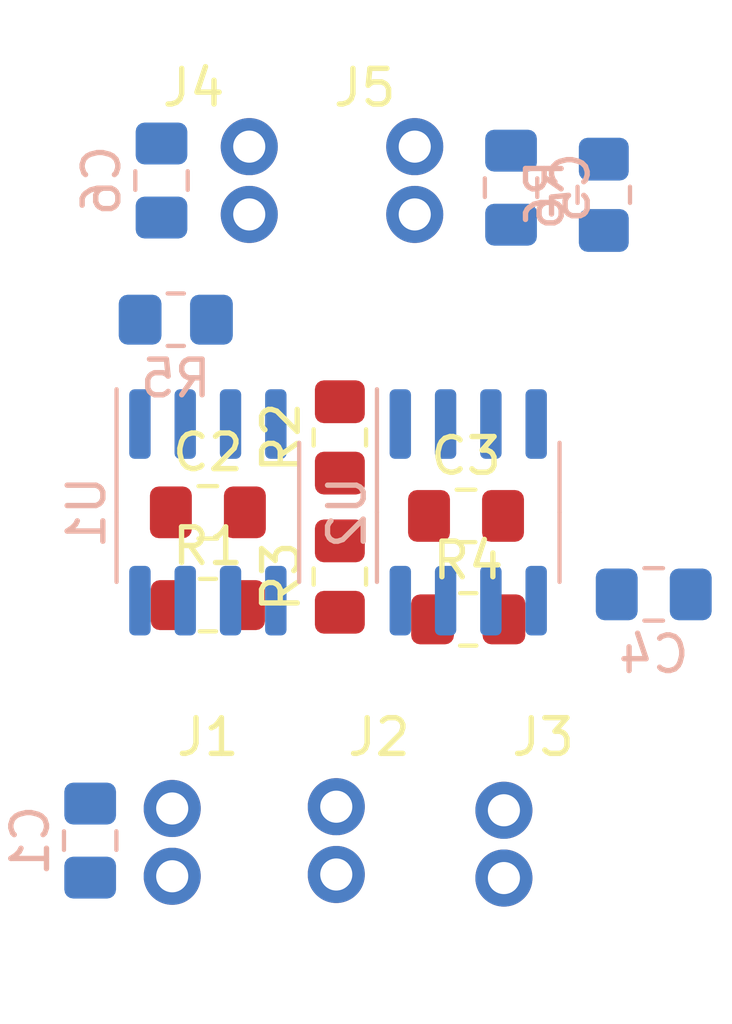
<source format=kicad_pcb>
(kicad_pcb (version 20171130) (host pcbnew "(5.1.7-0-10_14)")

  (general
    (thickness 1.6)
    (drawings 0)
    (tracks 0)
    (zones 0)
    (modules 19)
    (nets 13)
  )

  (page A4)
  (layers
    (0 F.Cu signal)
    (31 B.Cu signal)
    (32 B.Adhes user)
    (33 F.Adhes user)
    (34 B.Paste user)
    (35 F.Paste user)
    (36 B.SilkS user)
    (37 F.SilkS user)
    (38 B.Mask user)
    (39 F.Mask user)
    (40 Dwgs.User user)
    (41 Cmts.User user)
    (42 Eco1.User user)
    (43 Eco2.User user)
    (44 Edge.Cuts user)
    (45 Margin user)
    (46 B.CrtYd user)
    (47 F.CrtYd user)
    (48 B.Fab user)
    (49 F.Fab user)
  )

  (setup
    (last_trace_width 0.25)
    (trace_clearance 0.2)
    (zone_clearance 0.508)
    (zone_45_only no)
    (trace_min 0.2)
    (via_size 0.8)
    (via_drill 0.4)
    (via_min_size 0.4)
    (via_min_drill 0.3)
    (uvia_size 0.3)
    (uvia_drill 0.1)
    (uvias_allowed no)
    (uvia_min_size 0.2)
    (uvia_min_drill 0.1)
    (edge_width 0.05)
    (segment_width 0.2)
    (pcb_text_width 0.3)
    (pcb_text_size 1.5 1.5)
    (mod_edge_width 0.12)
    (mod_text_size 1 1)
    (mod_text_width 0.15)
    (pad_size 1.524 1.524)
    (pad_drill 0.762)
    (pad_to_mask_clearance 0)
    (aux_axis_origin 0 0)
    (visible_elements FFFFFF7F)
    (pcbplotparams
      (layerselection 0x010fc_ffffffff)
      (usegerberextensions false)
      (usegerberattributes true)
      (usegerberadvancedattributes true)
      (creategerberjobfile true)
      (excludeedgelayer true)
      (linewidth 0.100000)
      (plotframeref false)
      (viasonmask false)
      (mode 1)
      (useauxorigin false)
      (hpglpennumber 1)
      (hpglpenspeed 20)
      (hpglpendiameter 15.000000)
      (psnegative false)
      (psa4output false)
      (plotreference true)
      (plotvalue true)
      (plotinvisibletext false)
      (padsonsilk false)
      (subtractmaskfromsilk false)
      (outputformat 1)
      (mirror false)
      (drillshape 1)
      (scaleselection 1)
      (outputdirectory ""))
  )

  (net 0 "")
  (net 1 /PWR)
  (net 2 /LBRIDGE)
  (net 3 "Net-(R1-Pad2)")
  (net 4 "Net-(R1-Pad1)")
  (net 5 /RBRIDGE)
  (net 6 "Net-(U1-Pad5)")
  (net 7 "Net-(U2-Pad8)")
  (net 8 "Net-(U2-Pad5)")
  (net 9 "Net-(U2-Pad1)")
  (net 10 GND)
  (net 11 "Net-(R2-Pad2)")
  (net 12 /SIG)

  (net_class Default "This is the default net class."
    (clearance 0.2)
    (trace_width 0.25)
    (via_dia 0.8)
    (via_drill 0.4)
    (uvia_dia 0.3)
    (uvia_drill 0.1)
    (add_net /LBRIDGE)
    (add_net /PWR)
    (add_net /RBRIDGE)
    (add_net /SIG)
    (add_net GND)
    (add_net "Net-(R1-Pad1)")
    (add_net "Net-(R1-Pad2)")
    (add_net "Net-(R2-Pad2)")
    (add_net "Net-(U1-Pad5)")
    (add_net "Net-(U2-Pad1)")
    (add_net "Net-(U2-Pad5)")
    (add_net "Net-(U2-Pad8)")
  )

  (module Capacitor_SMD:C_0805_2012Metric_Pad1.18x1.45mm_HandSolder (layer B.Cu) (tedit 5F68FEEF) (tstamp 5FAF13D5)
    (at 201.3 128.6 270)
    (descr "Capacitor SMD 0805 (2012 Metric), square (rectangular) end terminal, IPC_7351 nominal with elongated pad for handsoldering. (Body size source: IPC-SM-782 page 76, https://www.pcb-3d.com/wordpress/wp-content/uploads/ipc-sm-782a_amendment_1_and_2.pdf, https://docs.google.com/spreadsheets/d/1BsfQQcO9C6DZCsRaXUlFlo91Tg2WpOkGARC1WS5S8t0/edit?usp=sharing), generated with kicad-footprint-generator")
    (tags "capacitor handsolder")
    (path /5FA798A6)
    (attr smd)
    (fp_text reference C1 (at 0 1.68 270) (layer B.SilkS)
      (effects (font (size 1 1) (thickness 0.15)) (justify mirror))
    )
    (fp_text value 0.1uF (at 0 -1.68 270) (layer B.Fab)
      (effects (font (size 1 1) (thickness 0.15)) (justify mirror))
    )
    (fp_line (start 1.88 -0.98) (end -1.88 -0.98) (layer B.CrtYd) (width 0.05))
    (fp_line (start 1.88 0.98) (end 1.88 -0.98) (layer B.CrtYd) (width 0.05))
    (fp_line (start -1.88 0.98) (end 1.88 0.98) (layer B.CrtYd) (width 0.05))
    (fp_line (start -1.88 -0.98) (end -1.88 0.98) (layer B.CrtYd) (width 0.05))
    (fp_line (start -0.261252 -0.735) (end 0.261252 -0.735) (layer B.SilkS) (width 0.12))
    (fp_line (start -0.261252 0.735) (end 0.261252 0.735) (layer B.SilkS) (width 0.12))
    (fp_line (start 1 -0.625) (end -1 -0.625) (layer B.Fab) (width 0.1))
    (fp_line (start 1 0.625) (end 1 -0.625) (layer B.Fab) (width 0.1))
    (fp_line (start -1 0.625) (end 1 0.625) (layer B.Fab) (width 0.1))
    (fp_line (start -1 -0.625) (end -1 0.625) (layer B.Fab) (width 0.1))
    (fp_text user %R (at 0 0 270) (layer B.Fab)
      (effects (font (size 0.5 0.5) (thickness 0.08)) (justify mirror))
    )
    (pad 2 smd roundrect (at 1.0375 0 270) (size 1.175 1.45) (layers B.Cu B.Paste B.Mask) (roundrect_rratio 0.212766)
      (net 10 GND))
    (pad 1 smd roundrect (at -1.0375 0 270) (size 1.175 1.45) (layers B.Cu B.Paste B.Mask) (roundrect_rratio 0.212766)
      (net 1 /PWR))
    (model ${KISYS3DMOD}/Capacitor_SMD.3dshapes/C_0805_2012Metric.wrl
      (at (xyz 0 0 0))
      (scale (xyz 1 1 1))
      (rotate (xyz 0 0 0))
    )
  )

  (module Capacitor_SMD:C_0805_2012Metric_Pad1.18x1.45mm_HandSolder (layer B.Cu) (tedit 5F68FEEF) (tstamp 5FAF092A)
    (at 213.1 110.3 90)
    (descr "Capacitor SMD 0805 (2012 Metric), square (rectangular) end terminal, IPC_7351 nominal with elongated pad for handsoldering. (Body size source: IPC-SM-782 page 76, https://www.pcb-3d.com/wordpress/wp-content/uploads/ipc-sm-782a_amendment_1_and_2.pdf, https://docs.google.com/spreadsheets/d/1BsfQQcO9C6DZCsRaXUlFlo91Tg2WpOkGARC1WS5S8t0/edit?usp=sharing), generated with kicad-footprint-generator")
    (tags "capacitor handsolder")
    (path /5FAC900B)
    (attr smd)
    (fp_text reference C5 (at 0 1.68 270) (layer B.SilkS)
      (effects (font (size 1 1) (thickness 0.15)) (justify mirror))
    )
    (fp_text value 0.1uF (at 0 -1.68 270) (layer B.Fab)
      (effects (font (size 1 1) (thickness 0.15)) (justify mirror))
    )
    (fp_line (start 1.88 -0.98) (end -1.88 -0.98) (layer B.CrtYd) (width 0.05))
    (fp_line (start 1.88 0.98) (end 1.88 -0.98) (layer B.CrtYd) (width 0.05))
    (fp_line (start -1.88 0.98) (end 1.88 0.98) (layer B.CrtYd) (width 0.05))
    (fp_line (start -1.88 -0.98) (end -1.88 0.98) (layer B.CrtYd) (width 0.05))
    (fp_line (start -0.261252 -0.735) (end 0.261252 -0.735) (layer B.SilkS) (width 0.12))
    (fp_line (start -0.261252 0.735) (end 0.261252 0.735) (layer B.SilkS) (width 0.12))
    (fp_line (start 1 -0.625) (end -1 -0.625) (layer B.Fab) (width 0.1))
    (fp_line (start 1 0.625) (end 1 -0.625) (layer B.Fab) (width 0.1))
    (fp_line (start -1 0.625) (end 1 0.625) (layer B.Fab) (width 0.1))
    (fp_line (start -1 -0.625) (end -1 0.625) (layer B.Fab) (width 0.1))
    (fp_text user %R (at 0 0 270) (layer B.Fab)
      (effects (font (size 0.5 0.5) (thickness 0.08)) (justify mirror))
    )
    (pad 2 smd roundrect (at 1.0375 0 90) (size 1.175 1.45) (layers B.Cu B.Paste B.Mask) (roundrect_rratio 0.212766)
      (net 2 /LBRIDGE))
    (pad 1 smd roundrect (at -1.0375 0 90) (size 1.175 1.45) (layers B.Cu B.Paste B.Mask) (roundrect_rratio 0.212766)
      (net 10 GND))
    (model ${KISYS3DMOD}/Capacitor_SMD.3dshapes/C_0805_2012Metric.wrl
      (at (xyz 0 0 0))
      (scale (xyz 1 1 1))
      (rotate (xyz 0 0 0))
    )
  )

  (module Resistor_SMD:R_0805_2012Metric_Pad1.20x1.40mm_HandSolder (layer F.Cu) (tedit 5F68FEEE) (tstamp 5FAEBB2C)
    (at 204.6 122)
    (descr "Resistor SMD 0805 (2012 Metric), square (rectangular) end terminal, IPC_7351 nominal with elongated pad for handsoldering. (Body size source: IPC-SM-782 page 72, https://www.pcb-3d.com/wordpress/wp-content/uploads/ipc-sm-782a_amendment_1_and_2.pdf), generated with kicad-footprint-generator")
    (tags "resistor handsolder")
    (path /5FAD1F7C)
    (attr smd)
    (fp_text reference R1 (at 0 -1.65) (layer F.SilkS)
      (effects (font (size 1 1) (thickness 0.15)))
    )
    (fp_text value 200K (at 0 1.65) (layer F.Fab)
      (effects (font (size 1 1) (thickness 0.15)))
    )
    (fp_line (start 1.85 0.95) (end -1.85 0.95) (layer F.CrtYd) (width 0.05))
    (fp_line (start 1.85 -0.95) (end 1.85 0.95) (layer F.CrtYd) (width 0.05))
    (fp_line (start -1.85 -0.95) (end 1.85 -0.95) (layer F.CrtYd) (width 0.05))
    (fp_line (start -1.85 0.95) (end -1.85 -0.95) (layer F.CrtYd) (width 0.05))
    (fp_line (start -0.227064 0.735) (end 0.227064 0.735) (layer F.SilkS) (width 0.12))
    (fp_line (start -0.227064 -0.735) (end 0.227064 -0.735) (layer F.SilkS) (width 0.12))
    (fp_line (start 1 0.625) (end -1 0.625) (layer F.Fab) (width 0.1))
    (fp_line (start 1 -0.625) (end 1 0.625) (layer F.Fab) (width 0.1))
    (fp_line (start -1 -0.625) (end 1 -0.625) (layer F.Fab) (width 0.1))
    (fp_line (start -1 0.625) (end -1 -0.625) (layer F.Fab) (width 0.1))
    (fp_text user %R (at 0 0) (layer F.Fab)
      (effects (font (size 0.5 0.5) (thickness 0.08)))
    )
    (pad 2 smd roundrect (at 1 0) (size 1.2 1.4) (layers F.Cu F.Paste F.Mask) (roundrect_rratio 0.208333)
      (net 3 "Net-(R1-Pad2)"))
    (pad 1 smd roundrect (at -1 0) (size 1.2 1.4) (layers F.Cu F.Paste F.Mask) (roundrect_rratio 0.208333)
      (net 4 "Net-(R1-Pad1)"))
    (model ${KISYS3DMOD}/Resistor_SMD.3dshapes/R_0805_2012Metric.wrl
      (at (xyz 0 0 0))
      (scale (xyz 1 1 1))
      (rotate (xyz 0 0 0))
    )
  )

  (module Resistor_SMD:R_0805_2012Metric_Pad1.20x1.40mm_HandSolder (layer F.Cu) (tedit 5F68FEEE) (tstamp 5FAC268A)
    (at 208.3 117.3 90)
    (descr "Resistor SMD 0805 (2012 Metric), square (rectangular) end terminal, IPC_7351 nominal with elongated pad for handsoldering. (Body size source: IPC-SM-782 page 72, https://www.pcb-3d.com/wordpress/wp-content/uploads/ipc-sm-782a_amendment_1_and_2.pdf), generated with kicad-footprint-generator")
    (tags "resistor handsolder")
    (path /5FADE3BF)
    (attr smd)
    (fp_text reference R2 (at 0 -1.65 90) (layer F.SilkS)
      (effects (font (size 1 1) (thickness 0.15)))
    )
    (fp_text value 10K (at 0 1.65 90) (layer F.Fab)
      (effects (font (size 1 1) (thickness 0.15)))
    )
    (fp_line (start 1.85 0.95) (end -1.85 0.95) (layer F.CrtYd) (width 0.05))
    (fp_line (start 1.85 -0.95) (end 1.85 0.95) (layer F.CrtYd) (width 0.05))
    (fp_line (start -1.85 -0.95) (end 1.85 -0.95) (layer F.CrtYd) (width 0.05))
    (fp_line (start -1.85 0.95) (end -1.85 -0.95) (layer F.CrtYd) (width 0.05))
    (fp_line (start -0.227064 0.735) (end 0.227064 0.735) (layer F.SilkS) (width 0.12))
    (fp_line (start -0.227064 -0.735) (end 0.227064 -0.735) (layer F.SilkS) (width 0.12))
    (fp_line (start 1 0.625) (end -1 0.625) (layer F.Fab) (width 0.1))
    (fp_line (start 1 -0.625) (end 1 0.625) (layer F.Fab) (width 0.1))
    (fp_line (start -1 -0.625) (end 1 -0.625) (layer F.Fab) (width 0.1))
    (fp_line (start -1 0.625) (end -1 -0.625) (layer F.Fab) (width 0.1))
    (fp_text user %R (at 0 0 90) (layer F.Fab)
      (effects (font (size 0.5 0.5) (thickness 0.08)))
    )
    (pad 2 smd roundrect (at 1 0 90) (size 1.2 1.4) (layers F.Cu F.Paste F.Mask) (roundrect_rratio 0.208333)
      (net 11 "Net-(R2-Pad2)"))
    (pad 1 smd roundrect (at -1 0 90) (size 1.2 1.4) (layers F.Cu F.Paste F.Mask) (roundrect_rratio 0.208333)
      (net 1 /PWR))
    (model ${KISYS3DMOD}/Resistor_SMD.3dshapes/R_0805_2012Metric.wrl
      (at (xyz 0 0 0))
      (scale (xyz 1 1 1))
      (rotate (xyz 0 0 0))
    )
  )

  (module Resistor_SMD:R_0805_2012Metric_Pad1.20x1.40mm_HandSolder (layer F.Cu) (tedit 5F68FEEE) (tstamp 5FAC269B)
    (at 208.3 121.2 90)
    (descr "Resistor SMD 0805 (2012 Metric), square (rectangular) end terminal, IPC_7351 nominal with elongated pad for handsoldering. (Body size source: IPC-SM-782 page 72, https://www.pcb-3d.com/wordpress/wp-content/uploads/ipc-sm-782a_amendment_1_and_2.pdf), generated with kicad-footprint-generator")
    (tags "resistor handsolder")
    (path /5FADEFC2)
    (attr smd)
    (fp_text reference R3 (at 0 -1.65 90) (layer F.SilkS)
      (effects (font (size 1 1) (thickness 0.15)))
    )
    (fp_text value 10K (at 0 1.65 90) (layer F.Fab)
      (effects (font (size 1 1) (thickness 0.15)))
    )
    (fp_line (start 1.85 0.95) (end -1.85 0.95) (layer F.CrtYd) (width 0.05))
    (fp_line (start 1.85 -0.95) (end 1.85 0.95) (layer F.CrtYd) (width 0.05))
    (fp_line (start -1.85 -0.95) (end 1.85 -0.95) (layer F.CrtYd) (width 0.05))
    (fp_line (start -1.85 0.95) (end -1.85 -0.95) (layer F.CrtYd) (width 0.05))
    (fp_line (start -0.227064 0.735) (end 0.227064 0.735) (layer F.SilkS) (width 0.12))
    (fp_line (start -0.227064 -0.735) (end 0.227064 -0.735) (layer F.SilkS) (width 0.12))
    (fp_line (start 1 0.625) (end -1 0.625) (layer F.Fab) (width 0.1))
    (fp_line (start 1 -0.625) (end 1 0.625) (layer F.Fab) (width 0.1))
    (fp_line (start -1 -0.625) (end 1 -0.625) (layer F.Fab) (width 0.1))
    (fp_line (start -1 0.625) (end -1 -0.625) (layer F.Fab) (width 0.1))
    (fp_text user %R (at 0 0 90) (layer F.Fab)
      (effects (font (size 0.5 0.5) (thickness 0.08)))
    )
    (pad 2 smd roundrect (at 1 0 90) (size 1.2 1.4) (layers F.Cu F.Paste F.Mask) (roundrect_rratio 0.208333)
      (net 10 GND))
    (pad 1 smd roundrect (at -1 0 90) (size 1.2 1.4) (layers F.Cu F.Paste F.Mask) (roundrect_rratio 0.208333)
      (net 11 "Net-(R2-Pad2)"))
    (model ${KISYS3DMOD}/Resistor_SMD.3dshapes/R_0805_2012Metric.wrl
      (at (xyz 0 0 0))
      (scale (xyz 1 1 1))
      (rotate (xyz 0 0 0))
    )
  )

  (module Resistor_SMD:R_0805_2012Metric_Pad1.20x1.40mm_HandSolder (layer F.Cu) (tedit 5F68FEEE) (tstamp 5FAF252A)
    (at 211.9 122.4)
    (descr "Resistor SMD 0805 (2012 Metric), square (rectangular) end terminal, IPC_7351 nominal with elongated pad for handsoldering. (Body size source: IPC-SM-782 page 72, https://www.pcb-3d.com/wordpress/wp-content/uploads/ipc-sm-782a_amendment_1_and_2.pdf), generated with kicad-footprint-generator")
    (tags "resistor handsolder")
    (path /5FA4B806)
    (attr smd)
    (fp_text reference R4 (at 0 -1.65) (layer F.SilkS)
      (effects (font (size 1 1) (thickness 0.15)))
    )
    (fp_text value 16K (at 0 1.65) (layer F.Fab)
      (effects (font (size 1 1) (thickness 0.15)))
    )
    (fp_line (start 1.85 0.95) (end -1.85 0.95) (layer F.CrtYd) (width 0.05))
    (fp_line (start 1.85 -0.95) (end 1.85 0.95) (layer F.CrtYd) (width 0.05))
    (fp_line (start -1.85 -0.95) (end 1.85 -0.95) (layer F.CrtYd) (width 0.05))
    (fp_line (start -1.85 0.95) (end -1.85 -0.95) (layer F.CrtYd) (width 0.05))
    (fp_line (start -0.227064 0.735) (end 0.227064 0.735) (layer F.SilkS) (width 0.12))
    (fp_line (start -0.227064 -0.735) (end 0.227064 -0.735) (layer F.SilkS) (width 0.12))
    (fp_line (start 1 0.625) (end -1 0.625) (layer F.Fab) (width 0.1))
    (fp_line (start 1 -0.625) (end 1 0.625) (layer F.Fab) (width 0.1))
    (fp_line (start -1 -0.625) (end 1 -0.625) (layer F.Fab) (width 0.1))
    (fp_line (start -1 0.625) (end -1 -0.625) (layer F.Fab) (width 0.1))
    (fp_text user %R (at -0.235001 0.464999) (layer F.Fab)
      (effects (font (size 0.5 0.5) (thickness 0.08)))
    )
    (pad 2 smd roundrect (at 1 0) (size 1.2 1.4) (layers F.Cu F.Paste F.Mask) (roundrect_rratio 0.208333)
      (net 2 /LBRIDGE))
    (pad 1 smd roundrect (at -1 0) (size 1.2 1.4) (layers F.Cu F.Paste F.Mask) (roundrect_rratio 0.208333)
      (net 10 GND))
    (model ${KISYS3DMOD}/Resistor_SMD.3dshapes/R_0805_2012Metric.wrl
      (at (xyz 0 0 0))
      (scale (xyz 1 1 1))
      (rotate (xyz 0 0 0))
    )
  )

  (module Resistor_SMD:R_0805_2012Metric_Pad1.20x1.40mm_HandSolder (layer B.Cu) (tedit 5F68FEEE) (tstamp 5FAC26BD)
    (at 203.7 114)
    (descr "Resistor SMD 0805 (2012 Metric), square (rectangular) end terminal, IPC_7351 nominal with elongated pad for handsoldering. (Body size source: IPC-SM-782 page 72, https://www.pcb-3d.com/wordpress/wp-content/uploads/ipc-sm-782a_amendment_1_and_2.pdf), generated with kicad-footprint-generator")
    (tags "resistor handsolder")
    (path /5FA4AE6B)
    (attr smd)
    (fp_text reference R5 (at 0 1.65) (layer B.SilkS)
      (effects (font (size 1 1) (thickness 0.15)) (justify mirror))
    )
    (fp_text value 22K (at 0 -1.65) (layer B.Fab)
      (effects (font (size 1 1) (thickness 0.15)) (justify mirror))
    )
    (fp_line (start 1.85 -0.95) (end -1.85 -0.95) (layer B.CrtYd) (width 0.05))
    (fp_line (start 1.85 0.95) (end 1.85 -0.95) (layer B.CrtYd) (width 0.05))
    (fp_line (start -1.85 0.95) (end 1.85 0.95) (layer B.CrtYd) (width 0.05))
    (fp_line (start -1.85 -0.95) (end -1.85 0.95) (layer B.CrtYd) (width 0.05))
    (fp_line (start -0.227064 -0.735) (end 0.227064 -0.735) (layer B.SilkS) (width 0.12))
    (fp_line (start -0.227064 0.735) (end 0.227064 0.735) (layer B.SilkS) (width 0.12))
    (fp_line (start 1 -0.625) (end -1 -0.625) (layer B.Fab) (width 0.1))
    (fp_line (start 1 0.625) (end 1 -0.625) (layer B.Fab) (width 0.1))
    (fp_line (start -1 0.625) (end 1 0.625) (layer B.Fab) (width 0.1))
    (fp_line (start -1 -0.625) (end -1 0.625) (layer B.Fab) (width 0.1))
    (fp_text user %R (at -1.185001 -0.414999) (layer B.Fab)
      (effects (font (size 0.5 0.5) (thickness 0.08)) (justify mirror))
    )
    (pad 2 smd roundrect (at 1 0) (size 1.2 1.4) (layers B.Cu B.Paste B.Mask) (roundrect_rratio 0.208333)
      (net 1 /PWR))
    (pad 1 smd roundrect (at -1 0) (size 1.2 1.4) (layers B.Cu B.Paste B.Mask) (roundrect_rratio 0.208333)
      (net 5 /RBRIDGE))
    (model ${KISYS3DMOD}/Resistor_SMD.3dshapes/R_0805_2012Metric.wrl
      (at (xyz 0 0 0))
      (scale (xyz 1 1 1))
      (rotate (xyz 0 0 0))
    )
  )

  (module Resistor_SMD:R_0805_2012Metric_Pad1.20x1.40mm_HandSolder (layer B.Cu) (tedit 5F68FEEE) (tstamp 5FAC26CE)
    (at 215.7 110.5 270)
    (descr "Resistor SMD 0805 (2012 Metric), square (rectangular) end terminal, IPC_7351 nominal with elongated pad for handsoldering. (Body size source: IPC-SM-782 page 72, https://www.pcb-3d.com/wordpress/wp-content/uploads/ipc-sm-782a_amendment_1_and_2.pdf), generated with kicad-footprint-generator")
    (tags "resistor handsolder")
    (path /5FA4A295)
    (attr smd)
    (fp_text reference R6 (at 0 1.65 270) (layer B.SilkS)
      (effects (font (size 1 1) (thickness 0.15)) (justify mirror))
    )
    (fp_text value 16K (at 0 -1.65 270) (layer B.Fab)
      (effects (font (size 1 1) (thickness 0.15)) (justify mirror))
    )
    (fp_line (start 1.85 -0.95) (end -1.85 -0.95) (layer B.CrtYd) (width 0.05))
    (fp_line (start 1.85 0.95) (end 1.85 -0.95) (layer B.CrtYd) (width 0.05))
    (fp_line (start -1.85 0.95) (end 1.85 0.95) (layer B.CrtYd) (width 0.05))
    (fp_line (start -1.85 -0.95) (end -1.85 0.95) (layer B.CrtYd) (width 0.05))
    (fp_line (start -0.227064 -0.735) (end 0.227064 -0.735) (layer B.SilkS) (width 0.12))
    (fp_line (start -0.227064 0.735) (end 0.227064 0.735) (layer B.SilkS) (width 0.12))
    (fp_line (start 1 -0.625) (end -1 -0.625) (layer B.Fab) (width 0.1))
    (fp_line (start 1 0.625) (end 1 -0.625) (layer B.Fab) (width 0.1))
    (fp_line (start -1 0.625) (end 1 0.625) (layer B.Fab) (width 0.1))
    (fp_line (start -1 -0.625) (end -1 0.625) (layer B.Fab) (width 0.1))
    (fp_text user %R (at 0 0 270) (layer B.Fab)
      (effects (font (size 0.5 0.5) (thickness 0.08)) (justify mirror))
    )
    (pad 2 smd roundrect (at 1 0 270) (size 1.2 1.4) (layers B.Cu B.Paste B.Mask) (roundrect_rratio 0.208333)
      (net 5 /RBRIDGE))
    (pad 1 smd roundrect (at -1 0 270) (size 1.2 1.4) (layers B.Cu B.Paste B.Mask) (roundrect_rratio 0.208333)
      (net 10 GND))
    (model ${KISYS3DMOD}/Resistor_SMD.3dshapes/R_0805_2012Metric.wrl
      (at (xyz 0 0 0))
      (scale (xyz 1 1 1))
      (rotate (xyz 0 0 0))
    )
  )

  (module Package_SO:SOIC-8_3.9x4.9mm_P1.27mm (layer B.Cu) (tedit 5D9F72B1) (tstamp 5FAEB39B)
    (at 204.6 119.4 270)
    (descr "SOIC, 8 Pin (JEDEC MS-012AA, https://www.analog.com/media/en/package-pcb-resources/package/pkg_pdf/soic_narrow-r/r_8.pdf), generated with kicad-footprint-generator ipc_gullwing_generator.py")
    (tags "SOIC SO")
    (path /5FA5DEF1)
    (attr smd)
    (fp_text reference U1 (at 0 3.4 270) (layer B.SilkS)
      (effects (font (size 1 1) (thickness 0.15)) (justify mirror))
    )
    (fp_text value INA129 (at 0 -3.4 270) (layer B.Fab)
      (effects (font (size 1 1) (thickness 0.15)) (justify mirror))
    )
    (fp_line (start 3.7 2.7) (end -3.7 2.7) (layer B.CrtYd) (width 0.05))
    (fp_line (start 3.7 -2.7) (end 3.7 2.7) (layer B.CrtYd) (width 0.05))
    (fp_line (start -3.7 -2.7) (end 3.7 -2.7) (layer B.CrtYd) (width 0.05))
    (fp_line (start -3.7 2.7) (end -3.7 -2.7) (layer B.CrtYd) (width 0.05))
    (fp_line (start -1.95 1.475) (end -0.975 2.45) (layer B.Fab) (width 0.1))
    (fp_line (start -1.95 -2.45) (end -1.95 1.475) (layer B.Fab) (width 0.1))
    (fp_line (start 1.95 -2.45) (end -1.95 -2.45) (layer B.Fab) (width 0.1))
    (fp_line (start 1.95 2.45) (end 1.95 -2.45) (layer B.Fab) (width 0.1))
    (fp_line (start -0.975 2.45) (end 1.95 2.45) (layer B.Fab) (width 0.1))
    (fp_line (start 0 2.56) (end -3.45 2.56) (layer B.SilkS) (width 0.12))
    (fp_line (start 0 2.56) (end 1.95 2.56) (layer B.SilkS) (width 0.12))
    (fp_line (start 0 -2.56) (end -1.95 -2.56) (layer B.SilkS) (width 0.12))
    (fp_line (start 0 -2.56) (end 1.95 -2.56) (layer B.SilkS) (width 0.12))
    (fp_text user %R (at 0 0 270) (layer B.Fab)
      (effects (font (size 0.98 0.98) (thickness 0.15)) (justify mirror))
    )
    (pad 8 smd roundrect (at 2.475 1.905 270) (size 1.95 0.6) (layers B.Cu B.Paste B.Mask) (roundrect_rratio 0.25)
      (net 3 "Net-(R1-Pad2)"))
    (pad 7 smd roundrect (at 2.475 0.635 270) (size 1.95 0.6) (layers B.Cu B.Paste B.Mask) (roundrect_rratio 0.25)
      (net 1 /PWR))
    (pad 6 smd roundrect (at 2.475 -0.635 270) (size 1.95 0.6) (layers B.Cu B.Paste B.Mask) (roundrect_rratio 0.25)
      (net 12 /SIG))
    (pad 5 smd roundrect (at 2.475 -1.905 270) (size 1.95 0.6) (layers B.Cu B.Paste B.Mask) (roundrect_rratio 0.25)
      (net 6 "Net-(U1-Pad5)"))
    (pad 4 smd roundrect (at -2.475 -1.905 270) (size 1.95 0.6) (layers B.Cu B.Paste B.Mask) (roundrect_rratio 0.25)
      (net 10 GND))
    (pad 3 smd roundrect (at -2.475 -0.635 270) (size 1.95 0.6) (layers B.Cu B.Paste B.Mask) (roundrect_rratio 0.25)
      (net 5 /RBRIDGE))
    (pad 2 smd roundrect (at -2.475 0.635 270) (size 1.95 0.6) (layers B.Cu B.Paste B.Mask) (roundrect_rratio 0.25)
      (net 2 /LBRIDGE))
    (pad 1 smd roundrect (at -2.475 1.905 270) (size 1.95 0.6) (layers B.Cu B.Paste B.Mask) (roundrect_rratio 0.25)
      (net 4 "Net-(R1-Pad1)"))
    (model ${KISYS3DMOD}/Package_SO.3dshapes/SOIC-8_3.9x4.9mm_P1.27mm.wrl
      (at (xyz 0 0 0))
      (scale (xyz 1 1 1))
      (rotate (xyz 0 0 0))
    )
  )

  (module Package_SO:SOIC-8_3.9x4.9mm_P1.27mm (layer B.Cu) (tedit 5D9F72B1) (tstamp 5FAC29B7)
    (at 211.9 119.4 270)
    (descr "SOIC, 8 Pin (JEDEC MS-012AA, https://www.analog.com/media/en/package-pcb-resources/package/pkg_pdf/soic_narrow-r/r_8.pdf), generated with kicad-footprint-generator ipc_gullwing_generator.py")
    (tags "SOIC SO")
    (path /5FADFABB)
    (attr smd)
    (fp_text reference U2 (at 0 3.4 270) (layer B.SilkS)
      (effects (font (size 1 1) (thickness 0.15)) (justify mirror))
    )
    (fp_text value TLV2371D (at 0 -3.4 270) (layer B.Fab)
      (effects (font (size 1 1) (thickness 0.15)) (justify mirror))
    )
    (fp_line (start 3.7 2.7) (end -3.7 2.7) (layer B.CrtYd) (width 0.05))
    (fp_line (start 3.7 -2.7) (end 3.7 2.7) (layer B.CrtYd) (width 0.05))
    (fp_line (start -3.7 -2.7) (end 3.7 -2.7) (layer B.CrtYd) (width 0.05))
    (fp_line (start -3.7 2.7) (end -3.7 -2.7) (layer B.CrtYd) (width 0.05))
    (fp_line (start -1.95 1.475) (end -0.975 2.45) (layer B.Fab) (width 0.1))
    (fp_line (start -1.95 -2.45) (end -1.95 1.475) (layer B.Fab) (width 0.1))
    (fp_line (start 1.95 -2.45) (end -1.95 -2.45) (layer B.Fab) (width 0.1))
    (fp_line (start 1.95 2.45) (end 1.95 -2.45) (layer B.Fab) (width 0.1))
    (fp_line (start -0.975 2.45) (end 1.95 2.45) (layer B.Fab) (width 0.1))
    (fp_line (start 0 2.56) (end -3.45 2.56) (layer B.SilkS) (width 0.12))
    (fp_line (start 0 2.56) (end 1.95 2.56) (layer B.SilkS) (width 0.12))
    (fp_line (start 0 -2.56) (end -1.95 -2.56) (layer B.SilkS) (width 0.12))
    (fp_line (start 0 -2.56) (end 1.95 -2.56) (layer B.SilkS) (width 0.12))
    (fp_text user %R (at 0 0 270) (layer B.Fab)
      (effects (font (size 0.98 0.98) (thickness 0.15)) (justify mirror))
    )
    (pad 8 smd roundrect (at 2.475 1.905 270) (size 1.95 0.6) (layers B.Cu B.Paste B.Mask) (roundrect_rratio 0.25)
      (net 7 "Net-(U2-Pad8)"))
    (pad 7 smd roundrect (at 2.475 0.635 270) (size 1.95 0.6) (layers B.Cu B.Paste B.Mask) (roundrect_rratio 0.25)
      (net 1 /PWR))
    (pad 6 smd roundrect (at 2.475 -0.635 270) (size 1.95 0.6) (layers B.Cu B.Paste B.Mask) (roundrect_rratio 0.25)
      (net 6 "Net-(U1-Pad5)"))
    (pad 5 smd roundrect (at 2.475 -1.905 270) (size 1.95 0.6) (layers B.Cu B.Paste B.Mask) (roundrect_rratio 0.25)
      (net 8 "Net-(U2-Pad5)"))
    (pad 4 smd roundrect (at -2.475 -1.905 270) (size 1.95 0.6) (layers B.Cu B.Paste B.Mask) (roundrect_rratio 0.25)
      (net 10 GND))
    (pad 3 smd roundrect (at -2.475 -0.635 270) (size 1.95 0.6) (layers B.Cu B.Paste B.Mask) (roundrect_rratio 0.25)
      (net 11 "Net-(R2-Pad2)"))
    (pad 2 smd roundrect (at -2.475 0.635 270) (size 1.95 0.6) (layers B.Cu B.Paste B.Mask) (roundrect_rratio 0.25)
      (net 6 "Net-(U1-Pad5)"))
    (pad 1 smd roundrect (at -2.475 1.905 270) (size 1.95 0.6) (layers B.Cu B.Paste B.Mask) (roundrect_rratio 0.25)
      (net 9 "Net-(U2-Pad1)"))
    (model ${KISYS3DMOD}/Package_SO.3dshapes/SOIC-8_3.9x4.9mm_P1.27mm.wrl
      (at (xyz 0 0 0))
      (scale (xyz 1 1 1))
      (rotate (xyz 0 0 0))
    )
  )

  (module Capacitor_SMD:C_0805_2012Metric_Pad1.18x1.45mm_HandSolder (layer F.Cu) (tedit 5F68FEEF) (tstamp 5FAF07A0)
    (at 204.6 119.4)
    (descr "Capacitor SMD 0805 (2012 Metric), square (rectangular) end terminal, IPC_7351 nominal with elongated pad for handsoldering. (Body size source: IPC-SM-782 page 76, https://www.pcb-3d.com/wordpress/wp-content/uploads/ipc-sm-782a_amendment_1_and_2.pdf, https://docs.google.com/spreadsheets/d/1BsfQQcO9C6DZCsRaXUlFlo91Tg2WpOkGARC1WS5S8t0/edit?usp=sharing), generated with kicad-footprint-generator")
    (tags "capacitor handsolder")
    (path /5FAFF979)
    (attr smd)
    (fp_text reference C2 (at 0 -1.68) (layer F.SilkS)
      (effects (font (size 1 1) (thickness 0.15)))
    )
    (fp_text value 0.1uF (at 0 1.68) (layer F.Fab)
      (effects (font (size 1 1) (thickness 0.15)))
    )
    (fp_line (start 1.88 0.98) (end -1.88 0.98) (layer F.CrtYd) (width 0.05))
    (fp_line (start 1.88 -0.98) (end 1.88 0.98) (layer F.CrtYd) (width 0.05))
    (fp_line (start -1.88 -0.98) (end 1.88 -0.98) (layer F.CrtYd) (width 0.05))
    (fp_line (start -1.88 0.98) (end -1.88 -0.98) (layer F.CrtYd) (width 0.05))
    (fp_line (start -0.261252 0.735) (end 0.261252 0.735) (layer F.SilkS) (width 0.12))
    (fp_line (start -0.261252 -0.735) (end 0.261252 -0.735) (layer F.SilkS) (width 0.12))
    (fp_line (start 1 0.625) (end -1 0.625) (layer F.Fab) (width 0.1))
    (fp_line (start 1 -0.625) (end 1 0.625) (layer F.Fab) (width 0.1))
    (fp_line (start -1 -0.625) (end 1 -0.625) (layer F.Fab) (width 0.1))
    (fp_line (start -1 0.625) (end -1 -0.625) (layer F.Fab) (width 0.1))
    (fp_text user %R (at 0 0) (layer F.Fab)
      (effects (font (size 0.5 0.5) (thickness 0.08)))
    )
    (pad 2 smd roundrect (at 1.0375 0) (size 1.175 1.45) (layers F.Cu F.Paste F.Mask) (roundrect_rratio 0.212766)
      (net 10 GND))
    (pad 1 smd roundrect (at -1.0375 0) (size 1.175 1.45) (layers F.Cu F.Paste F.Mask) (roundrect_rratio 0.212766)
      (net 1 /PWR))
    (model ${KISYS3DMOD}/Capacitor_SMD.3dshapes/C_0805_2012Metric.wrl
      (at (xyz 0 0 0))
      (scale (xyz 1 1 1))
      (rotate (xyz 0 0 0))
    )
  )

  (module Capacitor_SMD:C_0805_2012Metric_Pad1.18x1.45mm_HandSolder (layer F.Cu) (tedit 5F68FEEF) (tstamp 5FAF07E2)
    (at 211.8375 119.5)
    (descr "Capacitor SMD 0805 (2012 Metric), square (rectangular) end terminal, IPC_7351 nominal with elongated pad for handsoldering. (Body size source: IPC-SM-782 page 76, https://www.pcb-3d.com/wordpress/wp-content/uploads/ipc-sm-782a_amendment_1_and_2.pdf, https://docs.google.com/spreadsheets/d/1BsfQQcO9C6DZCsRaXUlFlo91Tg2WpOkGARC1WS5S8t0/edit?usp=sharing), generated with kicad-footprint-generator")
    (tags "capacitor handsolder")
    (path /5FB15AE3)
    (attr smd)
    (fp_text reference C3 (at 0 -1.68) (layer F.SilkS)
      (effects (font (size 1 1) (thickness 0.15)))
    )
    (fp_text value 0.1uF (at 0 1.68) (layer F.Fab)
      (effects (font (size 1 1) (thickness 0.15)))
    )
    (fp_line (start 1.88 0.98) (end -1.88 0.98) (layer F.CrtYd) (width 0.05))
    (fp_line (start 1.88 -0.98) (end 1.88 0.98) (layer F.CrtYd) (width 0.05))
    (fp_line (start -1.88 -0.98) (end 1.88 -0.98) (layer F.CrtYd) (width 0.05))
    (fp_line (start -1.88 0.98) (end -1.88 -0.98) (layer F.CrtYd) (width 0.05))
    (fp_line (start -0.261252 0.735) (end 0.261252 0.735) (layer F.SilkS) (width 0.12))
    (fp_line (start -0.261252 -0.735) (end 0.261252 -0.735) (layer F.SilkS) (width 0.12))
    (fp_line (start 1 0.625) (end -1 0.625) (layer F.Fab) (width 0.1))
    (fp_line (start 1 -0.625) (end 1 0.625) (layer F.Fab) (width 0.1))
    (fp_line (start -1 -0.625) (end 1 -0.625) (layer F.Fab) (width 0.1))
    (fp_line (start -1 0.625) (end -1 -0.625) (layer F.Fab) (width 0.1))
    (fp_text user %R (at 0 0) (layer F.Fab)
      (effects (font (size 0.5 0.5) (thickness 0.08)))
    )
    (pad 2 smd roundrect (at 1.0375 0) (size 1.175 1.45) (layers F.Cu F.Paste F.Mask) (roundrect_rratio 0.212766)
      (net 10 GND))
    (pad 1 smd roundrect (at -1.0375 0) (size 1.175 1.45) (layers F.Cu F.Paste F.Mask) (roundrect_rratio 0.212766)
      (net 1 /PWR))
    (model ${KISYS3DMOD}/Capacitor_SMD.3dshapes/C_0805_2012Metric.wrl
      (at (xyz 0 0 0))
      (scale (xyz 1 1 1))
      (rotate (xyz 0 0 0))
    )
  )

  (module Capacitor_SMD:C_0805_2012Metric_Pad1.18x1.45mm_HandSolder (layer B.Cu) (tedit 5F68FEEF) (tstamp 5FAF074F)
    (at 217.1 121.7)
    (descr "Capacitor SMD 0805 (2012 Metric), square (rectangular) end terminal, IPC_7351 nominal with elongated pad for handsoldering. (Body size source: IPC-SM-782 page 76, https://www.pcb-3d.com/wordpress/wp-content/uploads/ipc-sm-782a_amendment_1_and_2.pdf, https://docs.google.com/spreadsheets/d/1BsfQQcO9C6DZCsRaXUlFlo91Tg2WpOkGARC1WS5S8t0/edit?usp=sharing), generated with kicad-footprint-generator")
    (tags "capacitor handsolder")
    (path /5FB1FF90)
    (attr smd)
    (fp_text reference C4 (at 0 1.68) (layer B.SilkS)
      (effects (font (size 1 1) (thickness 0.15)) (justify mirror))
    )
    (fp_text value 0.1uF (at 0 -1.68) (layer B.Fab)
      (effects (font (size 1 1) (thickness 0.15)) (justify mirror))
    )
    (fp_line (start 1.88 -0.98) (end -1.88 -0.98) (layer B.CrtYd) (width 0.05))
    (fp_line (start 1.88 0.98) (end 1.88 -0.98) (layer B.CrtYd) (width 0.05))
    (fp_line (start -1.88 0.98) (end 1.88 0.98) (layer B.CrtYd) (width 0.05))
    (fp_line (start -1.88 -0.98) (end -1.88 0.98) (layer B.CrtYd) (width 0.05))
    (fp_line (start -0.261252 -0.735) (end 0.261252 -0.735) (layer B.SilkS) (width 0.12))
    (fp_line (start -0.261252 0.735) (end 0.261252 0.735) (layer B.SilkS) (width 0.12))
    (fp_line (start 1 -0.625) (end -1 -0.625) (layer B.Fab) (width 0.1))
    (fp_line (start 1 0.625) (end 1 -0.625) (layer B.Fab) (width 0.1))
    (fp_line (start -1 0.625) (end 1 0.625) (layer B.Fab) (width 0.1))
    (fp_line (start -1 -0.625) (end -1 0.625) (layer B.Fab) (width 0.1))
    (fp_text user %R (at 0 0) (layer B.Fab)
      (effects (font (size 0.5 0.5) (thickness 0.08)) (justify mirror))
    )
    (pad 2 smd roundrect (at 1.0375 0) (size 1.175 1.45) (layers B.Cu B.Paste B.Mask) (roundrect_rratio 0.212766)
      (net 10 GND))
    (pad 1 smd roundrect (at -1.0375 0) (size 1.175 1.45) (layers B.Cu B.Paste B.Mask) (roundrect_rratio 0.212766)
      (net 1 /PWR))
    (model ${KISYS3DMOD}/Capacitor_SMD.3dshapes/C_0805_2012Metric.wrl
      (at (xyz 0 0 0))
      (scale (xyz 1 1 1))
      (rotate (xyz 0 0 0))
    )
  )

  (module Capacitor_SMD:C_0805_2012Metric_Pad1.18x1.45mm_HandSolder (layer B.Cu) (tedit 5F68FEEF) (tstamp 5FADEED9)
    (at 203.3 110.1 270)
    (descr "Capacitor SMD 0805 (2012 Metric), square (rectangular) end terminal, IPC_7351 nominal with elongated pad for handsoldering. (Body size source: IPC-SM-782 page 76, https://www.pcb-3d.com/wordpress/wp-content/uploads/ipc-sm-782a_amendment_1_and_2.pdf, https://docs.google.com/spreadsheets/d/1BsfQQcO9C6DZCsRaXUlFlo91Tg2WpOkGARC1WS5S8t0/edit?usp=sharing), generated with kicad-footprint-generator")
    (tags "capacitor handsolder")
    (path /5FB37A19)
    (attr smd)
    (fp_text reference C6 (at 0 1.68 270) (layer B.SilkS)
      (effects (font (size 1 1) (thickness 0.15)) (justify mirror))
    )
    (fp_text value 0.1uF (at 0 -1.68 270) (layer B.Fab)
      (effects (font (size 1 1) (thickness 0.15)) (justify mirror))
    )
    (fp_line (start 1.88 -0.98) (end -1.88 -0.98) (layer B.CrtYd) (width 0.05))
    (fp_line (start 1.88 0.98) (end 1.88 -0.98) (layer B.CrtYd) (width 0.05))
    (fp_line (start -1.88 0.98) (end 1.88 0.98) (layer B.CrtYd) (width 0.05))
    (fp_line (start -1.88 -0.98) (end -1.88 0.98) (layer B.CrtYd) (width 0.05))
    (fp_line (start -0.261252 -0.735) (end 0.261252 -0.735) (layer B.SilkS) (width 0.12))
    (fp_line (start -0.261252 0.735) (end 0.261252 0.735) (layer B.SilkS) (width 0.12))
    (fp_line (start 1 -0.625) (end -1 -0.625) (layer B.Fab) (width 0.1))
    (fp_line (start 1 0.625) (end 1 -0.625) (layer B.Fab) (width 0.1))
    (fp_line (start -1 0.625) (end 1 0.625) (layer B.Fab) (width 0.1))
    (fp_line (start -1 -0.625) (end -1 0.625) (layer B.Fab) (width 0.1))
    (fp_text user %R (at 0 0 270) (layer B.Fab)
      (effects (font (size 0.5 0.5) (thickness 0.08)) (justify mirror))
    )
    (pad 2 smd roundrect (at 1.0375 0 270) (size 1.175 1.45) (layers B.Cu B.Paste B.Mask) (roundrect_rratio 0.212766)
      (net 10 GND))
    (pad 1 smd roundrect (at -1.0375 0 270) (size 1.175 1.45) (layers B.Cu B.Paste B.Mask) (roundrect_rratio 0.212766)
      (net 1 /PWR))
    (model ${KISYS3DMOD}/Capacitor_SMD.3dshapes/C_0805_2012Metric.wrl
      (at (xyz 0 0 0))
      (scale (xyz 1 1 1))
      (rotate (xyz 0 0 0))
    )
  )

  (module Thermistor_Circuit:Molex_SoderRight_02x01 (layer F.Cu) (tedit 5FAEAEDC) (tstamp 5FAE99D3)
    (at 203.6 128.65)
    (path /5FC0888D)
    (fp_text reference J1 (at 1 -2.95) (layer F.SilkS)
      (effects (font (size 1 1) (thickness 0.15)))
    )
    (fp_text value Conn_02x01 (at 0.05 3.49) (layer F.Fab)
      (effects (font (size 1 1) (thickness 0.15)))
    )
    (fp_line (start -4.7 5) (end 4.7 5) (layer F.CrtYd) (width 0.12))
    (fp_line (start -4.7 -5) (end 4.7 -5) (layer F.CrtYd) (width 0.12))
    (fp_line (start -4.7 -5) (end -4.7 5) (layer F.CrtYd) (width 0.12))
    (fp_line (start 4.7 -5) (end 4.7 5) (layer F.CrtYd) (width 0.12))
    (pad 2 thru_hole circle (at 0 0.95) (size 1.6 1.6) (drill 0.9) (layers *.Cu *.Mask)
      (net 1 /PWR))
    (pad 1 thru_hole circle (at 0 -0.95) (size 1.6 1.6) (drill 0.9) (layers *.Cu *.Mask)
      (net 1 /PWR))
    (model /Users/vaw/Documents/KiCad/3DModels/Molex_SolderRight_1726770100.stp
      (offset (xyz 0 0 1))
      (scale (xyz 1 1 1))
      (rotate (xyz 90 -90 0))
    )
  )

  (module Thermistor_Circuit:Molex_SoderRight_02x01 (layer F.Cu) (tedit 5FAEAEDC) (tstamp 5FAE99D9)
    (at 208.2 128.6)
    (path /5FC08FC4)
    (fp_text reference J2 (at 1.2 -2.9) (layer F.SilkS)
      (effects (font (size 1 1) (thickness 0.15)))
    )
    (fp_text value Conn_02x01 (at 0.05 3.49) (layer F.Fab)
      (effects (font (size 1 1) (thickness 0.15)))
    )
    (fp_line (start -4.7 5) (end 4.7 5) (layer F.CrtYd) (width 0.12))
    (fp_line (start -4.7 -5) (end 4.7 -5) (layer F.CrtYd) (width 0.12))
    (fp_line (start -4.7 -5) (end -4.7 5) (layer F.CrtYd) (width 0.12))
    (fp_line (start 4.7 -5) (end 4.7 5) (layer F.CrtYd) (width 0.12))
    (pad 2 thru_hole circle (at 0 0.95) (size 1.6 1.6) (drill 0.9) (layers *.Cu *.Mask)
      (net 12 /SIG))
    (pad 1 thru_hole circle (at 0 -0.95) (size 1.6 1.6) (drill 0.9) (layers *.Cu *.Mask)
      (net 12 /SIG))
    (model /Users/vaw/Documents/KiCad/3DModels/Molex_SolderRight_1726770100.stp
      (offset (xyz 0 0 1))
      (scale (xyz 1 1 1))
      (rotate (xyz 90 -90 0))
    )
  )

  (module Thermistor_Circuit:Molex_SoderRight_02x01 (layer F.Cu) (tedit 5FAEAEDC) (tstamp 5FAE99DF)
    (at 212.9 128.7)
    (path /5FC094B7)
    (fp_text reference J3 (at 1.1 -3) (layer F.SilkS)
      (effects (font (size 1 1) (thickness 0.15)))
    )
    (fp_text value Conn_02x01 (at 0.05 3.49) (layer F.Fab)
      (effects (font (size 1 1) (thickness 0.15)))
    )
    (fp_line (start -4.7 5) (end 4.7 5) (layer F.CrtYd) (width 0.12))
    (fp_line (start -4.7 -5) (end 4.7 -5) (layer F.CrtYd) (width 0.12))
    (fp_line (start -4.7 -5) (end -4.7 5) (layer F.CrtYd) (width 0.12))
    (fp_line (start 4.7 -5) (end 4.7 5) (layer F.CrtYd) (width 0.12))
    (pad 2 thru_hole circle (at 0 0.95) (size 1.6 1.6) (drill 0.9) (layers *.Cu *.Mask)
      (net 10 GND))
    (pad 1 thru_hole circle (at 0 -0.95) (size 1.6 1.6) (drill 0.9) (layers *.Cu *.Mask)
      (net 10 GND))
    (model /Users/vaw/Documents/KiCad/3DModels/Molex_SolderRight_1726770100.stp
      (offset (xyz 0 0 1))
      (scale (xyz 1 1 1))
      (rotate (xyz 90 -90 0))
    )
  )

  (module Thermistor_Circuit:Molex_SoderRight_02x01 (layer F.Cu) (tedit 5FAEAEDC) (tstamp 5FAF2635)
    (at 205.760001 110.1 180)
    (path /5FC47C01)
    (fp_text reference J4 (at 1.560001 2.6) (layer F.SilkS)
      (effects (font (size 1 1) (thickness 0.15)))
    )
    (fp_text value Conn_02x01 (at -0.039999 3.760001) (layer F.Fab)
      (effects (font (size 1 1) (thickness 0.15)))
    )
    (fp_line (start 4.7 -5) (end 4.7 5) (layer F.CrtYd) (width 0.12))
    (fp_line (start -4.7 -5) (end -4.7 5) (layer F.CrtYd) (width 0.12))
    (fp_line (start -4.7 -5) (end 4.7 -5) (layer F.CrtYd) (width 0.12))
    (fp_line (start -4.7 5) (end 4.7 5) (layer F.CrtYd) (width 0.12))
    (pad 1 thru_hole circle (at 0 -0.95 180) (size 1.6 1.6) (drill 0.9) (layers *.Cu *.Mask)
      (net 1 /PWR))
    (pad 2 thru_hole circle (at 0 0.95 180) (size 1.6 1.6) (drill 0.9) (layers *.Cu *.Mask)
      (net 1 /PWR))
    (model /Users/vaw/Documents/KiCad/3DModels/Molex_SolderRight_1726770100.stp
      (offset (xyz 0 0 1))
      (scale (xyz 1 1 1))
      (rotate (xyz 90 -90 0))
    )
  )

  (module Thermistor_Circuit:Molex_SoderRight_02x01 (layer F.Cu) (tedit 5FAEAEDC) (tstamp 5FAEB779)
    (at 210.4 110.1 180)
    (path /5FC4872B)
    (fp_text reference J5 (at 1.4 2.6) (layer F.SilkS)
      (effects (font (size 1 1) (thickness 0.15)))
    )
    (fp_text value Conn_02x01 (at -0.3 3.8) (layer F.Fab)
      (effects (font (size 1 1) (thickness 0.15)))
    )
    (fp_line (start -4.7 5) (end 4.7 5) (layer F.CrtYd) (width 0.12))
    (fp_line (start -4.7 -5) (end 4.7 -5) (layer F.CrtYd) (width 0.12))
    (fp_line (start -4.7 -5) (end -4.7 5) (layer F.CrtYd) (width 0.12))
    (fp_line (start 4.7 -5) (end 4.7 5) (layer F.CrtYd) (width 0.12))
    (pad 2 thru_hole circle (at 0 0.95 180) (size 1.6 1.6) (drill 0.9) (layers *.Cu *.Mask)
      (net 2 /LBRIDGE))
    (pad 1 thru_hole circle (at 0 -0.95 180) (size 1.6 1.6) (drill 0.9) (layers *.Cu *.Mask)
      (net 2 /LBRIDGE))
    (model /Users/vaw/Documents/KiCad/3DModels/Molex_SolderRight_1726770100.stp
      (offset (xyz 0 0 1))
      (scale (xyz 1 1 1))
      (rotate (xyz 90 -90 0))
    )
  )

)

</source>
